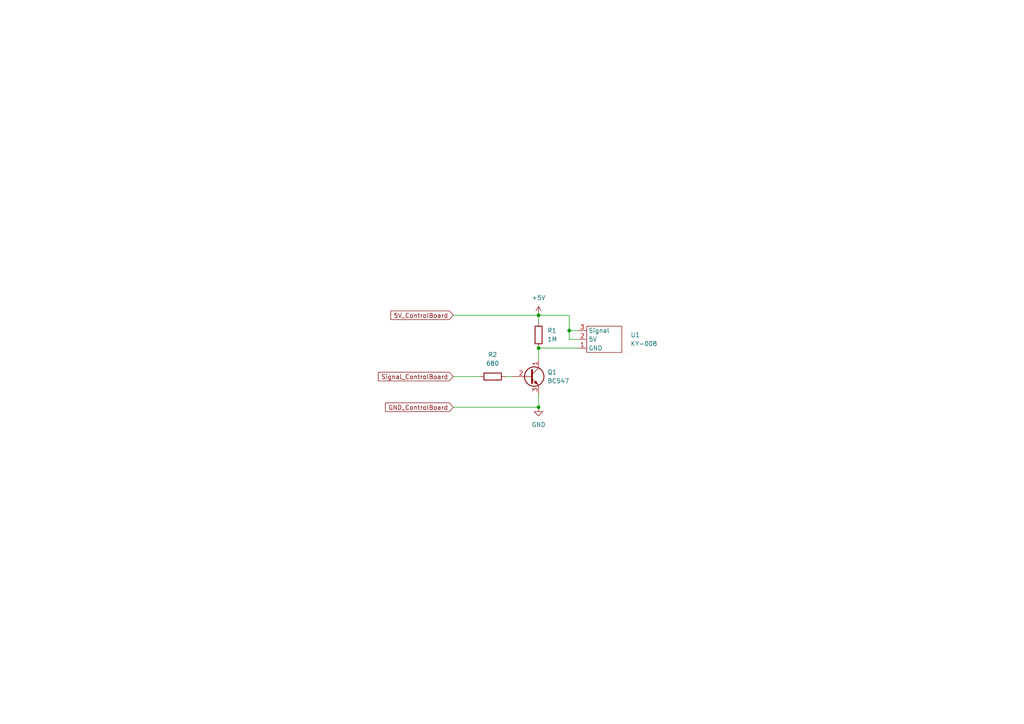
<source format=kicad_sch>
(kicad_sch (version 20211123) (generator eeschema)
  (paper "A4")
  (title_block (title "Schaltung_Laserpointer") (date "2022-09-06") (rev "1") (company "KIT"))
  (lib_symbols
    (symbol "Device:R" (pin_numbers hide) (pin_names (offset 0))
      (property "Reference" "R" (at 2.032 0 90))
      (property "Value" "R" (at 0 0 90))
      (symbol "R_0_1"
        (rectangle (start -1.016 -2.54) (end 1.016 2.54) (stroke (width 0.254)))
      )
      (symbol "R_1_1"
        (pin passive line (at 0 3.81 270) (length 1.27) (name "~") (number "1"))
        (pin passive line (at 0 -3.81 90) (length 1.27) (name "~") (number "2"))
      )
    )
    (symbol "LP_Schaltung:KY-008"
      (property "Reference" "U" (at 3.81 -5.08 0))
      (property "Value" "KY-008" (at 3.81 5.08 0))
      (symbol "KY-008_0_1"
        (rectangle (start -1.27 3.81) (end 8.89 -3.81))
        (rectangle (start 10.16 -3.81) (end 10.16 -3.81))
      )
      (symbol "KY-008_1_1"
        (pin power_in line (at -3.81 -2.54 0) (length 2.54) (name "GND") (number "1"))
        (pin power_in line (at -3.81 0 0) (length 2.54) (name "5V") (number "2"))
        (pin input line (at -3.81 2.54 0) (length 2.54) (name "Signal") (number "3"))
      )
    )
    (symbol "Transistor_BJT:BC547" (pin_names (offset 0) hide)
      (property "Reference" "Q" (at 5.08 1.905 0))
      (property "Value" "BC547" (at 5.08 0 0))
      (symbol "BC547_0_1"
        (polyline (pts (xy 0 0) (xy 0.635 0)))
        (polyline (pts (xy 0.635 0.635) (xy 2.54 2.54)))
        (polyline (pts (xy 0.635 -0.635) (xy 2.54 -2.54) (xy 2.54 -2.54)))
        (polyline (pts (xy 0.635 1.905) (xy 0.635 -1.905) (xy 0.635 -1.905)) (stroke (width 0.508)))
        (polyline (pts (xy 1.27 -1.778) (xy 1.778 -1.27) (xy 2.286 -2.286) (xy 1.27 -1.778) (xy 1.27 -1.778)) (fill (type outline)))
        (circle (center 1.27 0) (radius 2.8194) (stroke (width 0.254)))
      )
      (symbol "BC547_1_1"
        (pin passive line (at 2.54 5.08 270) (length 2.54) (name "C") (number "1"))
        (pin input line (at -5.08 0 0) (length 5.08) (name "B") (number "2"))
        (pin passive line (at 2.54 -5.08 90) (length 2.54) (name "E") (number "3"))
      )
    )
    (symbol "power:+5V" (power) (pin_names (offset 0))
      (property "Value" "+5V" (at 0 3.556 0))
      (symbol "+5V_0_1"
        (polyline (pts (xy -0.762 1.27) (xy 0 2.54)))
        (polyline (pts (xy 0 0) (xy 0 2.54)))
        (polyline (pts (xy 0 2.54) (xy 0.762 1.27)))
      )
      (symbol "+5V_1_1"
        (pin power_in line (at 0 0 90) (length 0) hide (name "+5V") (number "1"))
      )
    )
    (symbol "power:GND" (power) (pin_names (offset 0))
      (property "Value" "GND" (at 0 -3.81 0))
      (symbol "GND_0_1"
        (polyline (pts (xy 0 0) (xy 0 -1.27) (xy 1.27 -1.27) (xy 0 -2.54) (xy -1.27 -1.27) (xy 0 -1.27)))
      )
      (symbol "GND_1_1"
        (pin power_in line (at 0 0 270) (length 0) hide (name "GND") (number "1"))
      )
    )
  )
  (junction (at 156.21 118.11))
  (junction (at 165.1 95.885))
  (junction (at 156.21 100.965))
  (junction (at 156.21 91.44))
  (wire (pts (xy 156.21 100.965) (xy 167.64 100.965)))
  (wire (pts (xy 165.1 95.885) (xy 167.64 95.885)))
  (wire (pts (xy 131.445 91.44) (xy 156.21 91.44)))
  (wire (pts (xy 156.21 114.3) (xy 156.21 118.11)))
  (wire (pts (xy 156.21 91.44) (xy 165.1 91.44)))
  (wire (pts (xy 167.64 98.425) (xy 165.1 98.425)))
  (wire (pts (xy 156.21 104.14) (xy 156.21 100.965)))
  (wire (pts (xy 165.1 91.44) (xy 165.1 95.885)))
  (wire (pts (xy 131.445 109.22) (xy 139.065 109.22)))
  (wire (pts (xy 165.1 98.425) (xy 165.1 95.885)))
  (wire (pts (xy 146.685 109.22) (xy 148.59 109.22)))
  (wire (pts (xy 156.21 93.345) (xy 156.21 91.44)))
  (wire (pts (xy 131.445 118.11) (xy 156.21 118.11)))
  (global_label "GND_ControlBoard" (shape input) (at 131.445 118.11 180) (property "Intersheet References" "${INTERSHEET_REFS}" (effects hide)))
  (global_label "Signal_ControlBoard" (shape input) (at 131.445 109.22 180) (property "Intersheet References" "${INTERSHEET_REFS}" (effects hide)))
  (global_label "5V_ControlBoard" (shape input) (at 131.445 91.44 180) (property "Intersheet References" "${INTERSHEET_REFS}" (effects hide)))
  (symbol (lib_id "Device:R") (at 156.21 97.155 180) (unit 1)
    (property "Reference" "R1" (at 158.75 95.8849 0) (effects (justify right)))
    (property "Value" "1M" (at 158.75 98.4249 0) (effects (justify right)))
  )
  (symbol (lib_id "Device:R") (at 142.875 109.22 90) (unit 1)
    (property "Reference" "R2" (at 142.875 102.87 90))
    (property "Value" "680" (at 142.875 105.41 90))
  )
  (symbol (lib_id "power:GND") (at 156.21 118.11 0) (unit 1)
    (property "Reference" "#PWR?" (effects hide))
    (property "Value" "GND" (at 156.21 123.19 0))
  )
  (symbol (lib_id "power:+5V") (at 156.21 91.44 0) (unit 1)
    (property "Reference" "#PWR?" (effects hide))
    (property "Value" "+5V" (at 156.21 86.36 0))
  )
  (symbol (lib_id "Transistor_BJT:BC547") (at 153.67 109.22 0) (unit 1)
    (property "Reference" "Q1" (at 158.75 107.9499 0) (effects (justify left)))
    (property "Value" "BC547" (at 158.75 110.4899 0) (effects (justify left)))
    (property "Footprint" "Package_TO_SOT_THT:TO-92_Inline" (effects hide))
    (property "Datasheet" "https://www.onsemi.com/pub/Collateral/BC550-D.pdf" (effects hide))
  )
  (symbol (lib_id "LP_Schaltung:KY-008") (at 171.45 98.425 0) (unit 1)
    (property "Reference" "U1" (at 182.88 97.1549 0) (effects (justify left)))
    (property "Value" "KY-008" (at 182.88 99.6949 0) (effects (justify left)))
  )
)
</source>
